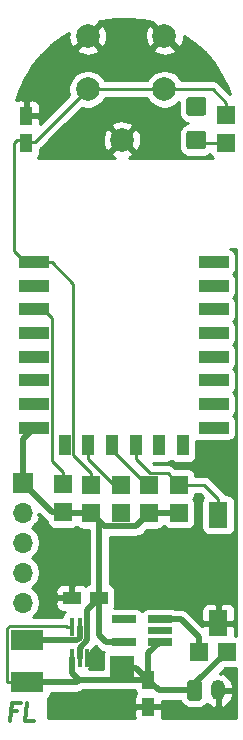
<source format=gbr>
G04 #@! TF.GenerationSoftware,KiCad,Pcbnew,(5.1.5)-1*
G04 #@! TF.CreationDate,2021-02-19T11:30:45+01:00*
G04 #@! TF.ProjectId,button - AAA,62757474-6f6e-4202-9d20-4141412e6b69,rev?*
G04 #@! TF.SameCoordinates,Original*
G04 #@! TF.FileFunction,Copper,L1,Top*
G04 #@! TF.FilePolarity,Positive*
%FSLAX46Y46*%
G04 Gerber Fmt 4.6, Leading zero omitted, Abs format (unit mm)*
G04 Created by KiCad (PCBNEW (5.1.5)-1) date 2021-02-19 11:30:45*
%MOMM*%
%LPD*%
G04 APERTURE LIST*
%ADD10C,0.300000*%
%ADD11R,2.794000X1.778000*%
%ADD12O,1.700000X1.700000*%
%ADD13R,1.700000X1.700000*%
%ADD14C,2.000000*%
%ADD15R,2.000000X2.000000*%
%ADD16R,2.000000X0.650000*%
%ADD17C,0.100000*%
%ADD18R,1.500000X1.500000*%
%ADD19O,1.200000X1.750000*%
%ADD20R,2.500000X1.000000*%
%ADD21R,1.000000X1.800000*%
%ADD22R,0.400000X1.500000*%
%ADD23R,1.600000X2.180000*%
%ADD24R,1.500000X1.100000*%
%ADD25R,1.100000X1.500000*%
%ADD26C,0.500000*%
%ADD27C,0.800000*%
%ADD28C,0.500000*%
%ADD29C,0.250000*%
%ADD30C,0.254000*%
G04 APERTURE END LIST*
D10*
X117909285Y-112262857D02*
X117409285Y-112262857D01*
X117311071Y-113048571D02*
X117498571Y-111548571D01*
X118212857Y-111548571D01*
X119311071Y-113048571D02*
X118596785Y-113048571D01*
X118784285Y-111548571D01*
D11*
X118750000Y-109798000D03*
X118750000Y-106242000D03*
D12*
X118370000Y-103060000D03*
X118370000Y-100520000D03*
X118370000Y-97980000D03*
X118370000Y-95440000D03*
D13*
X118370000Y-92900000D03*
D14*
X126790000Y-63870000D03*
D15*
X126790000Y-108570000D03*
D16*
X126950000Y-106380000D03*
X126950000Y-104480000D03*
X130000000Y-104480000D03*
G04 #@! TA.AperFunction,SMDPad,CuDef*
D17*
G36*
X131000000Y-105105000D02*
G01*
X131000000Y-105755000D01*
X129000000Y-105755000D01*
X129000000Y-105105000D01*
X131000000Y-105105000D01*
G37*
G04 #@! TD.AperFunction*
D16*
X130000000Y-106380000D03*
D18*
X133270000Y-107250000D03*
X135670000Y-107250000D03*
D19*
X134930000Y-110490000D03*
G04 #@! TA.AperFunction,ComponentPad*
D17*
G36*
X133304505Y-109616204D02*
G01*
X133328773Y-109619804D01*
X133352572Y-109625765D01*
X133375671Y-109634030D01*
X133397850Y-109644520D01*
X133418893Y-109657132D01*
X133438599Y-109671747D01*
X133456777Y-109688223D01*
X133473253Y-109706401D01*
X133487868Y-109726107D01*
X133500480Y-109747150D01*
X133510970Y-109769329D01*
X133519235Y-109792428D01*
X133525196Y-109816227D01*
X133528796Y-109840495D01*
X133530000Y-109864999D01*
X133530000Y-111115001D01*
X133528796Y-111139505D01*
X133525196Y-111163773D01*
X133519235Y-111187572D01*
X133510970Y-111210671D01*
X133500480Y-111232850D01*
X133487868Y-111253893D01*
X133473253Y-111273599D01*
X133456777Y-111291777D01*
X133438599Y-111308253D01*
X133418893Y-111322868D01*
X133397850Y-111335480D01*
X133375671Y-111345970D01*
X133352572Y-111354235D01*
X133328773Y-111360196D01*
X133304505Y-111363796D01*
X133280001Y-111365000D01*
X132579999Y-111365000D01*
X132555495Y-111363796D01*
X132531227Y-111360196D01*
X132507428Y-111354235D01*
X132484329Y-111345970D01*
X132462150Y-111335480D01*
X132441107Y-111322868D01*
X132421401Y-111308253D01*
X132403223Y-111291777D01*
X132386747Y-111273599D01*
X132372132Y-111253893D01*
X132359520Y-111232850D01*
X132349030Y-111210671D01*
X132340765Y-111187572D01*
X132334804Y-111163773D01*
X132331204Y-111139505D01*
X132330000Y-111115001D01*
X132330000Y-109864999D01*
X132331204Y-109840495D01*
X132334804Y-109816227D01*
X132340765Y-109792428D01*
X132349030Y-109769329D01*
X132359520Y-109747150D01*
X132372132Y-109726107D01*
X132386747Y-109706401D01*
X132403223Y-109688223D01*
X132421401Y-109671747D01*
X132441107Y-109657132D01*
X132462150Y-109644520D01*
X132484329Y-109634030D01*
X132507428Y-109625765D01*
X132531227Y-109619804D01*
X132555495Y-109616204D01*
X132579999Y-109615000D01*
X133280001Y-109615000D01*
X133304505Y-109616204D01*
G37*
G04 #@! TD.AperFunction*
G04 #@! TA.AperFunction,SMDPad,CuDef*
G36*
X133669504Y-63096204D02*
G01*
X133693773Y-63099804D01*
X133717571Y-63105765D01*
X133740671Y-63114030D01*
X133762849Y-63124520D01*
X133783893Y-63137133D01*
X133803598Y-63151747D01*
X133821777Y-63168223D01*
X133838253Y-63186402D01*
X133852867Y-63206107D01*
X133865480Y-63227151D01*
X133875970Y-63249329D01*
X133884235Y-63272429D01*
X133890196Y-63296227D01*
X133893796Y-63320496D01*
X133895000Y-63345000D01*
X133895000Y-64445000D01*
X133893796Y-64469504D01*
X133890196Y-64493773D01*
X133884235Y-64517571D01*
X133875970Y-64540671D01*
X133865480Y-64562849D01*
X133852867Y-64583893D01*
X133838253Y-64603598D01*
X133821777Y-64621777D01*
X133803598Y-64638253D01*
X133783893Y-64652867D01*
X133762849Y-64665480D01*
X133740671Y-64675970D01*
X133717571Y-64684235D01*
X133693773Y-64690196D01*
X133669504Y-64693796D01*
X133645000Y-64695000D01*
X132495000Y-64695000D01*
X132470496Y-64693796D01*
X132446227Y-64690196D01*
X132422429Y-64684235D01*
X132399329Y-64675970D01*
X132377151Y-64665480D01*
X132356107Y-64652867D01*
X132336402Y-64638253D01*
X132318223Y-64621777D01*
X132301747Y-64603598D01*
X132287133Y-64583893D01*
X132274520Y-64562849D01*
X132264030Y-64540671D01*
X132255765Y-64517571D01*
X132249804Y-64493773D01*
X132246204Y-64469504D01*
X132245000Y-64445000D01*
X132245000Y-63345000D01*
X132246204Y-63320496D01*
X132249804Y-63296227D01*
X132255765Y-63272429D01*
X132264030Y-63249329D01*
X132274520Y-63227151D01*
X132287133Y-63206107D01*
X132301747Y-63186402D01*
X132318223Y-63168223D01*
X132336402Y-63151747D01*
X132356107Y-63137133D01*
X132377151Y-63124520D01*
X132399329Y-63114030D01*
X132422429Y-63105765D01*
X132446227Y-63099804D01*
X132470496Y-63096204D01*
X132495000Y-63095000D01*
X133645000Y-63095000D01*
X133669504Y-63096204D01*
G37*
G04 #@! TD.AperFunction*
G04 #@! TA.AperFunction,SMDPad,CuDef*
G36*
X133669504Y-60246204D02*
G01*
X133693773Y-60249804D01*
X133717571Y-60255765D01*
X133740671Y-60264030D01*
X133762849Y-60274520D01*
X133783893Y-60287133D01*
X133803598Y-60301747D01*
X133821777Y-60318223D01*
X133838253Y-60336402D01*
X133852867Y-60356107D01*
X133865480Y-60377151D01*
X133875970Y-60399329D01*
X133884235Y-60422429D01*
X133890196Y-60446227D01*
X133893796Y-60470496D01*
X133895000Y-60495000D01*
X133895000Y-61595000D01*
X133893796Y-61619504D01*
X133890196Y-61643773D01*
X133884235Y-61667571D01*
X133875970Y-61690671D01*
X133865480Y-61712849D01*
X133852867Y-61733893D01*
X133838253Y-61753598D01*
X133821777Y-61771777D01*
X133803598Y-61788253D01*
X133783893Y-61802867D01*
X133762849Y-61815480D01*
X133740671Y-61825970D01*
X133717571Y-61834235D01*
X133693773Y-61840196D01*
X133669504Y-61843796D01*
X133645000Y-61845000D01*
X132495000Y-61845000D01*
X132470496Y-61843796D01*
X132446227Y-61840196D01*
X132422429Y-61834235D01*
X132399329Y-61825970D01*
X132377151Y-61815480D01*
X132356107Y-61802867D01*
X132336402Y-61788253D01*
X132318223Y-61771777D01*
X132301747Y-61753598D01*
X132287133Y-61733893D01*
X132274520Y-61712849D01*
X132264030Y-61690671D01*
X132255765Y-61667571D01*
X132249804Y-61643773D01*
X132246204Y-61619504D01*
X132245000Y-61595000D01*
X132245000Y-60495000D01*
X132246204Y-60470496D01*
X132249804Y-60446227D01*
X132255765Y-60422429D01*
X132264030Y-60399329D01*
X132274520Y-60377151D01*
X132287133Y-60356107D01*
X132301747Y-60336402D01*
X132318223Y-60318223D01*
X132336402Y-60301747D01*
X132356107Y-60287133D01*
X132377151Y-60274520D01*
X132399329Y-60264030D01*
X132422429Y-60255765D01*
X132446227Y-60249804D01*
X132470496Y-60246204D01*
X132495000Y-60245000D01*
X133645000Y-60245000D01*
X133669504Y-60246204D01*
G37*
G04 #@! TD.AperFunction*
D20*
X134550000Y-74240000D03*
X134550000Y-76240000D03*
X134550000Y-78240000D03*
X134550000Y-80240000D03*
X134550000Y-82240000D03*
X134550000Y-84240000D03*
X134550000Y-86240000D03*
X134550000Y-88240000D03*
D21*
X131950000Y-89740000D03*
X129950000Y-89740000D03*
X127950000Y-89740000D03*
X125950000Y-89740000D03*
X123950000Y-89740000D03*
X121950000Y-89740000D03*
D20*
X119350000Y-88240000D03*
X119350000Y-86240000D03*
X119350000Y-84240000D03*
X119350000Y-82240000D03*
X119350000Y-80240000D03*
X119350000Y-78240000D03*
X119350000Y-76240000D03*
X119350000Y-74240000D03*
D22*
X122560000Y-107750000D03*
X123210000Y-107750000D03*
X123860000Y-107750000D03*
X123860000Y-105090000D03*
X123210000Y-105090000D03*
X122560000Y-105090000D03*
D23*
X134950000Y-95630000D03*
X134950000Y-104810000D03*
D14*
X123890000Y-59600000D03*
X123890000Y-55100000D03*
X130390000Y-59600000D03*
X130390000Y-55100000D03*
D18*
X135620000Y-61750000D03*
X135620000Y-64150000D03*
X126710000Y-93080000D03*
X126710000Y-95480000D03*
X131610000Y-93070000D03*
X131610000Y-95470000D03*
X124190000Y-93090000D03*
X124190000Y-95490000D03*
X129080000Y-93090000D03*
X129080000Y-95490000D03*
X121790000Y-93010000D03*
X121790000Y-95410000D03*
D24*
X122550000Y-102660000D03*
X124850000Y-102660000D03*
D25*
X118670000Y-64150000D03*
X118670000Y-61850000D03*
X129030000Y-109590000D03*
X129030000Y-111890000D03*
D26*
X121980000Y-89810000D03*
X133180000Y-61030000D03*
X134630000Y-88280000D03*
X134660000Y-86280000D03*
X126700000Y-95500000D03*
X124060000Y-107740000D03*
X122560000Y-102650000D03*
X130070000Y-105350000D03*
D27*
X134970000Y-104790000D03*
D26*
X119350000Y-88240000D03*
X124190000Y-93090000D03*
D28*
X123860000Y-103650000D02*
X124850000Y-102660000D01*
X123860000Y-105090000D02*
X123860000Y-103650000D01*
X123860000Y-106218545D02*
X123860000Y-105090000D01*
X123210000Y-107750000D02*
X123210000Y-106868545D01*
X123210000Y-106868545D02*
X123860000Y-106218545D01*
X124850000Y-105780000D02*
X124850000Y-103710000D01*
X124850000Y-103710000D02*
X124850000Y-102660000D01*
X125450000Y-106380000D02*
X124850000Y-105780000D01*
X126950000Y-106380000D02*
X125450000Y-106380000D01*
X124850000Y-96150000D02*
X124190000Y-95490000D01*
X124850000Y-102660000D02*
X124850000Y-96150000D01*
X121870000Y-95490000D02*
X121790000Y-95410000D01*
X124190000Y-95490000D02*
X121870000Y-95490000D01*
X120880000Y-95410000D02*
X118370000Y-92900000D01*
X121790000Y-95410000D02*
X120880000Y-95410000D01*
X118370000Y-89220000D02*
X119350000Y-88240000D01*
X118370000Y-92900000D02*
X118370000Y-89220000D01*
X125280001Y-96580001D02*
X124190000Y-95490000D01*
X127989999Y-96580001D02*
X125280001Y-96580001D01*
X129080000Y-95490000D02*
X127989999Y-96580001D01*
X129100000Y-95470000D02*
X129080000Y-95490000D01*
X131610000Y-95470000D02*
X129100000Y-95470000D01*
X119350000Y-88240000D02*
X119350000Y-88240000D01*
D29*
X122675001Y-76065001D02*
X120850000Y-74240000D01*
X120850000Y-74240000D02*
X119350000Y-74240000D01*
X122675001Y-90575001D02*
X122675001Y-76065001D01*
X124190000Y-92090000D02*
X122675001Y-90575001D01*
X124190000Y-93090000D02*
X124190000Y-93090000D01*
X124190000Y-93090000D02*
X124190000Y-92090000D01*
X118600000Y-74240000D02*
X117650000Y-73290000D01*
X119350000Y-74240000D02*
X118600000Y-74240000D01*
X117650000Y-73290000D02*
X117650000Y-64160000D01*
X117650000Y-64160000D02*
X117910000Y-63900000D01*
X118420000Y-63900000D02*
X118670000Y-64150000D01*
X117910000Y-63900000D02*
X118420000Y-63900000D01*
X118670000Y-64150000D02*
X118670000Y-64060000D01*
X119430000Y-64060000D02*
X123890000Y-59600000D01*
X118670000Y-64060000D02*
X119430000Y-64060000D01*
X125304213Y-59600000D02*
X130390000Y-59600000D01*
X123890000Y-59600000D02*
X125304213Y-59600000D01*
X134470000Y-59600000D02*
X135620000Y-60750000D01*
X135620000Y-60750000D02*
X135620000Y-61750000D01*
X130390000Y-59600000D02*
X134470000Y-59600000D01*
X133325000Y-64150000D02*
X133070000Y-63895000D01*
X135620000Y-64150000D02*
X133325000Y-64150000D01*
X120825001Y-91045001D02*
X120825001Y-78965001D01*
X121790000Y-93010000D02*
X121790000Y-92010000D01*
X120100000Y-78240000D02*
X119350000Y-78240000D01*
X120825001Y-78965001D02*
X120100000Y-78240000D01*
X121790000Y-92010000D02*
X120825001Y-91045001D01*
X125950000Y-90140000D02*
X125950000Y-89740000D01*
X128900000Y-93090000D02*
X125950000Y-90140000D01*
X129080000Y-93090000D02*
X128900000Y-93090000D01*
X129174999Y-92114999D02*
X127950000Y-90890000D01*
X130654999Y-92114999D02*
X129174999Y-92114999D01*
X127950000Y-90890000D02*
X127950000Y-89740000D01*
X131610000Y-93070000D02*
X130654999Y-92114999D01*
X132610000Y-93070000D02*
X131610000Y-93070000D01*
X133730000Y-93070000D02*
X132610000Y-93070000D01*
X134950000Y-94290000D02*
X133730000Y-93070000D01*
X134950000Y-95630000D02*
X134950000Y-94290000D01*
D28*
X132930000Y-109990000D02*
X135670000Y-107250000D01*
X132930000Y-110490000D02*
X132930000Y-109990000D01*
X129930000Y-110490000D02*
X129030000Y-109590000D01*
X132930000Y-110490000D02*
X129930000Y-110490000D01*
X128010000Y-108570000D02*
X129030000Y-109590000D01*
X126790000Y-108570000D02*
X128010000Y-108570000D01*
X122560000Y-109000000D02*
X122560000Y-107750000D01*
X123150000Y-109590000D02*
X122560000Y-109000000D01*
X129030000Y-109590000D02*
X123150000Y-109590000D01*
X129030000Y-107350000D02*
X130000000Y-106380000D01*
X129030000Y-109590000D02*
X129030000Y-107350000D01*
X122942000Y-109798000D02*
X118750000Y-109798000D01*
X123150000Y-109590000D02*
X122942000Y-109798000D01*
D29*
X117103000Y-109798000D02*
X118750000Y-109798000D01*
X117080000Y-109775000D02*
X117103000Y-109798000D01*
X122560000Y-105090000D02*
X122110000Y-105090000D01*
X122110000Y-105090000D02*
X122030000Y-105010000D01*
X122030000Y-105010000D02*
X117290998Y-105010000D01*
X117080000Y-105220998D02*
X117080000Y-109775000D01*
X117290998Y-105010000D02*
X117080000Y-105220998D01*
D28*
X123210000Y-105090000D02*
X123210000Y-106020003D01*
X123210000Y-106020003D02*
X122988003Y-106242000D01*
X120647000Y-106242000D02*
X118750000Y-106242000D01*
X122988003Y-106242000D02*
X120647000Y-106242000D01*
D29*
X123950000Y-90890000D02*
X123950000Y-89740000D01*
X126140000Y-93080000D02*
X123950000Y-90890000D01*
X126710000Y-93080000D02*
X126140000Y-93080000D01*
D28*
X131500000Y-104480000D02*
X130000000Y-104480000D01*
X133270000Y-106000000D02*
X131750000Y-104480000D01*
X131750000Y-104480000D02*
X131500000Y-104480000D01*
X133270000Y-107250000D02*
X133270000Y-106000000D01*
D30*
G36*
X136461916Y-112852600D02*
G01*
X130179082Y-112852600D01*
X130205812Y-112764482D01*
X130218072Y-112640000D01*
X130215000Y-112175750D01*
X130056250Y-112017000D01*
X129157000Y-112017000D01*
X129157000Y-112037000D01*
X128903000Y-112037000D01*
X128903000Y-112017000D01*
X128003750Y-112017000D01*
X127845000Y-112175750D01*
X127841928Y-112640000D01*
X127854188Y-112764482D01*
X127880918Y-112852600D01*
X120554375Y-112852600D01*
X120554375Y-111174139D01*
X120598185Y-111138185D01*
X120677537Y-111041494D01*
X120736502Y-110931180D01*
X120772812Y-110811482D01*
X120785072Y-110687000D01*
X120785072Y-110683000D01*
X122898531Y-110683000D01*
X122942000Y-110687281D01*
X122985469Y-110683000D01*
X122985477Y-110683000D01*
X123115490Y-110670195D01*
X123282313Y-110619589D01*
X123436059Y-110537411D01*
X123512106Y-110475000D01*
X127857379Y-110475000D01*
X127890498Y-110584180D01*
X127949463Y-110694494D01*
X127986809Y-110740000D01*
X127949463Y-110785506D01*
X127890498Y-110895820D01*
X127854188Y-111015518D01*
X127841928Y-111140000D01*
X127845000Y-111604250D01*
X128003750Y-111763000D01*
X128903000Y-111763000D01*
X128903000Y-111743000D01*
X129157000Y-111743000D01*
X129157000Y-111763000D01*
X130056250Y-111763000D01*
X130215000Y-111604250D01*
X130216517Y-111375000D01*
X131735306Y-111375000D01*
X131759528Y-111454851D01*
X131841595Y-111608387D01*
X131952038Y-111742962D01*
X132086613Y-111853405D01*
X132240149Y-111935472D01*
X132406745Y-111986008D01*
X132579999Y-112003072D01*
X133280001Y-112003072D01*
X133453255Y-111986008D01*
X133619851Y-111935472D01*
X133773387Y-111853405D01*
X133907962Y-111742962D01*
X134018405Y-111608387D01*
X134020967Y-111603594D01*
X134146526Y-111728078D01*
X134349467Y-111862421D01*
X134574718Y-111954591D01*
X134612391Y-111958462D01*
X134803000Y-111833731D01*
X134803000Y-110617000D01*
X135057000Y-110617000D01*
X135057000Y-111833731D01*
X135247609Y-111958462D01*
X135285282Y-111954591D01*
X135510533Y-111862421D01*
X135713474Y-111728078D01*
X135886307Y-111556725D01*
X136022390Y-111354946D01*
X136116493Y-111130496D01*
X136165000Y-110892000D01*
X136165000Y-110617000D01*
X135057000Y-110617000D01*
X134803000Y-110617000D01*
X134783000Y-110617000D01*
X134783000Y-110363000D01*
X134803000Y-110363000D01*
X134803000Y-110343000D01*
X135057000Y-110343000D01*
X135057000Y-110363000D01*
X136165000Y-110363000D01*
X136165000Y-110088000D01*
X136116493Y-109849504D01*
X136022390Y-109625054D01*
X135886307Y-109423275D01*
X135713474Y-109251922D01*
X135510533Y-109117579D01*
X135285282Y-109025409D01*
X135247609Y-109021538D01*
X135057002Y-109146268D01*
X135057002Y-109114576D01*
X135533507Y-108638072D01*
X136420000Y-108638072D01*
X136462015Y-108633934D01*
X136461916Y-112852600D01*
G37*
X136461916Y-112852600D02*
X130179082Y-112852600D01*
X130205812Y-112764482D01*
X130218072Y-112640000D01*
X130215000Y-112175750D01*
X130056250Y-112017000D01*
X129157000Y-112017000D01*
X129157000Y-112037000D01*
X128903000Y-112037000D01*
X128903000Y-112017000D01*
X128003750Y-112017000D01*
X127845000Y-112175750D01*
X127841928Y-112640000D01*
X127854188Y-112764482D01*
X127880918Y-112852600D01*
X120554375Y-112852600D01*
X120554375Y-111174139D01*
X120598185Y-111138185D01*
X120677537Y-111041494D01*
X120736502Y-110931180D01*
X120772812Y-110811482D01*
X120785072Y-110687000D01*
X120785072Y-110683000D01*
X122898531Y-110683000D01*
X122942000Y-110687281D01*
X122985469Y-110683000D01*
X122985477Y-110683000D01*
X123115490Y-110670195D01*
X123282313Y-110619589D01*
X123436059Y-110537411D01*
X123512106Y-110475000D01*
X127857379Y-110475000D01*
X127890498Y-110584180D01*
X127949463Y-110694494D01*
X127986809Y-110740000D01*
X127949463Y-110785506D01*
X127890498Y-110895820D01*
X127854188Y-111015518D01*
X127841928Y-111140000D01*
X127845000Y-111604250D01*
X128003750Y-111763000D01*
X128903000Y-111763000D01*
X128903000Y-111743000D01*
X129157000Y-111743000D01*
X129157000Y-111763000D01*
X130056250Y-111763000D01*
X130215000Y-111604250D01*
X130216517Y-111375000D01*
X131735306Y-111375000D01*
X131759528Y-111454851D01*
X131841595Y-111608387D01*
X131952038Y-111742962D01*
X132086613Y-111853405D01*
X132240149Y-111935472D01*
X132406745Y-111986008D01*
X132579999Y-112003072D01*
X133280001Y-112003072D01*
X133453255Y-111986008D01*
X133619851Y-111935472D01*
X133773387Y-111853405D01*
X133907962Y-111742962D01*
X134018405Y-111608387D01*
X134020967Y-111603594D01*
X134146526Y-111728078D01*
X134349467Y-111862421D01*
X134574718Y-111954591D01*
X134612391Y-111958462D01*
X134803000Y-111833731D01*
X134803000Y-110617000D01*
X135057000Y-110617000D01*
X135057000Y-111833731D01*
X135247609Y-111958462D01*
X135285282Y-111954591D01*
X135510533Y-111862421D01*
X135713474Y-111728078D01*
X135886307Y-111556725D01*
X136022390Y-111354946D01*
X136116493Y-111130496D01*
X136165000Y-110892000D01*
X136165000Y-110617000D01*
X135057000Y-110617000D01*
X134803000Y-110617000D01*
X134783000Y-110617000D01*
X134783000Y-110363000D01*
X134803000Y-110363000D01*
X134803000Y-110343000D01*
X135057000Y-110343000D01*
X135057000Y-110363000D01*
X136165000Y-110363000D01*
X136165000Y-110088000D01*
X136116493Y-109849504D01*
X136022390Y-109625054D01*
X135886307Y-109423275D01*
X135713474Y-109251922D01*
X135510533Y-109117579D01*
X135285282Y-109025409D01*
X135247609Y-109021538D01*
X135057002Y-109146268D01*
X135057002Y-109114576D01*
X135533507Y-108638072D01*
X136420000Y-108638072D01*
X136462015Y-108633934D01*
X136461916Y-112852600D01*
G36*
X124793468Y-106975047D02*
G01*
X124821183Y-107008817D01*
X124854951Y-107036530D01*
X124854953Y-107036532D01*
X124921006Y-107090740D01*
X124955941Y-107119411D01*
X125109687Y-107201589D01*
X125244967Y-107242626D01*
X125200498Y-107325820D01*
X125164188Y-107445518D01*
X125151928Y-107570000D01*
X125151928Y-108705000D01*
X124011387Y-108705000D01*
X124035812Y-108624482D01*
X124048072Y-108500000D01*
X124048072Y-108035977D01*
X124082195Y-107923490D01*
X124095000Y-107793477D01*
X124095000Y-107235123D01*
X124455050Y-106875074D01*
X124488817Y-106847362D01*
X124568586Y-106750164D01*
X124793468Y-106975047D01*
G37*
X124793468Y-106975047D02*
X124821183Y-107008817D01*
X124854951Y-107036530D01*
X124854953Y-107036532D01*
X124921006Y-107090740D01*
X124955941Y-107119411D01*
X125109687Y-107201589D01*
X125244967Y-107242626D01*
X125200498Y-107325820D01*
X125164188Y-107445518D01*
X125151928Y-107570000D01*
X125151928Y-108705000D01*
X124011387Y-108705000D01*
X124035812Y-108624482D01*
X124048072Y-108500000D01*
X124048072Y-108035977D01*
X124082195Y-107923490D01*
X124095000Y-107793477D01*
X124095000Y-107235123D01*
X124455050Y-106875074D01*
X124488817Y-106847362D01*
X124568586Y-106750164D01*
X124793468Y-106975047D01*
G36*
X136462849Y-73124767D02*
G01*
X136462080Y-105866072D01*
X136420000Y-105861928D01*
X136387927Y-105861928D01*
X136385000Y-105095750D01*
X136226250Y-104937000D01*
X135077000Y-104937000D01*
X135077000Y-104957000D01*
X134823000Y-104957000D01*
X134823000Y-104937000D01*
X133673750Y-104937000D01*
X133566164Y-105044586D01*
X132406534Y-103884956D01*
X132378817Y-103851183D01*
X132244059Y-103740589D01*
X132205540Y-103720000D01*
X133511928Y-103720000D01*
X133515000Y-104524250D01*
X133673750Y-104683000D01*
X134823000Y-104683000D01*
X134823000Y-103243750D01*
X135077000Y-103243750D01*
X135077000Y-104683000D01*
X136226250Y-104683000D01*
X136385000Y-104524250D01*
X136388072Y-103720000D01*
X136375812Y-103595518D01*
X136339502Y-103475820D01*
X136280537Y-103365506D01*
X136201185Y-103268815D01*
X136104494Y-103189463D01*
X135994180Y-103130498D01*
X135874482Y-103094188D01*
X135750000Y-103081928D01*
X135235750Y-103085000D01*
X135077000Y-103243750D01*
X134823000Y-103243750D01*
X134664250Y-103085000D01*
X134150000Y-103081928D01*
X134025518Y-103094188D01*
X133905820Y-103130498D01*
X133795506Y-103189463D01*
X133698815Y-103268815D01*
X133619463Y-103365506D01*
X133560498Y-103475820D01*
X133524188Y-103595518D01*
X133511928Y-103720000D01*
X132205540Y-103720000D01*
X132090313Y-103658411D01*
X131923490Y-103607805D01*
X131793477Y-103595000D01*
X131793469Y-103595000D01*
X131750000Y-103590719D01*
X131706531Y-103595000D01*
X131299373Y-103595000D01*
X131244180Y-103565498D01*
X131124482Y-103529188D01*
X131000000Y-103516928D01*
X129000000Y-103516928D01*
X128875518Y-103529188D01*
X128755820Y-103565498D01*
X128645506Y-103624463D01*
X128548815Y-103703815D01*
X128475000Y-103793759D01*
X128401185Y-103703815D01*
X128304494Y-103624463D01*
X128194180Y-103565498D01*
X128074482Y-103529188D01*
X127950000Y-103516928D01*
X126155962Y-103516928D01*
X126189502Y-103454180D01*
X126225812Y-103334482D01*
X126238072Y-103210000D01*
X126238072Y-102110000D01*
X126225812Y-101985518D01*
X126189502Y-101865820D01*
X126130537Y-101755506D01*
X126051185Y-101658815D01*
X125954494Y-101579463D01*
X125844180Y-101520498D01*
X125735000Y-101487379D01*
X125735000Y-97465001D01*
X127946530Y-97465001D01*
X127989999Y-97469282D01*
X128033468Y-97465001D01*
X128033476Y-97465001D01*
X128163489Y-97452196D01*
X128330312Y-97401590D01*
X128484058Y-97319412D01*
X128618816Y-97208818D01*
X128646533Y-97175045D01*
X128943506Y-96878072D01*
X129830000Y-96878072D01*
X129954482Y-96865812D01*
X130074180Y-96829502D01*
X130184494Y-96770537D01*
X130281185Y-96691185D01*
X130353207Y-96603426D01*
X130408815Y-96671185D01*
X130505506Y-96750537D01*
X130615820Y-96809502D01*
X130735518Y-96845812D01*
X130860000Y-96858072D01*
X132360000Y-96858072D01*
X132484482Y-96845812D01*
X132604180Y-96809502D01*
X132714494Y-96750537D01*
X132811185Y-96671185D01*
X132890537Y-96574494D01*
X132949502Y-96464180D01*
X132985812Y-96344482D01*
X132998072Y-96220000D01*
X132998072Y-94720000D01*
X132985812Y-94595518D01*
X132949502Y-94475820D01*
X132890537Y-94365506D01*
X132812158Y-94270000D01*
X132890537Y-94174494D01*
X132949502Y-94064180D01*
X132985812Y-93944482D01*
X132997087Y-93830000D01*
X133415199Y-93830000D01*
X133687636Y-94102437D01*
X133619463Y-94185506D01*
X133560498Y-94295820D01*
X133524188Y-94415518D01*
X133511928Y-94540000D01*
X133511928Y-96720000D01*
X133524188Y-96844482D01*
X133560498Y-96964180D01*
X133619463Y-97074494D01*
X133698815Y-97171185D01*
X133795506Y-97250537D01*
X133905820Y-97309502D01*
X134025518Y-97345812D01*
X134150000Y-97358072D01*
X135750000Y-97358072D01*
X135874482Y-97345812D01*
X135994180Y-97309502D01*
X136104494Y-97250537D01*
X136201185Y-97171185D01*
X136280537Y-97074494D01*
X136339502Y-96964180D01*
X136375812Y-96844482D01*
X136388072Y-96720000D01*
X136388072Y-94540000D01*
X136375812Y-94415518D01*
X136339502Y-94295820D01*
X136280537Y-94185506D01*
X136201185Y-94088815D01*
X136104494Y-94009463D01*
X135994180Y-93950498D01*
X135874482Y-93914188D01*
X135750000Y-93901928D01*
X135604326Y-93901928D01*
X135584974Y-93865724D01*
X135513799Y-93778997D01*
X135490001Y-93749999D01*
X135461003Y-93726201D01*
X134293804Y-92559003D01*
X134270001Y-92529999D01*
X134154276Y-92435026D01*
X134022247Y-92364454D01*
X133878986Y-92320997D01*
X133767333Y-92310000D01*
X133767322Y-92310000D01*
X133730000Y-92306324D01*
X133692678Y-92310000D01*
X132997087Y-92310000D01*
X132985812Y-92195518D01*
X132949502Y-92075820D01*
X132890537Y-91965506D01*
X132811185Y-91868815D01*
X132714494Y-91789463D01*
X132604180Y-91730498D01*
X132484482Y-91694188D01*
X132360000Y-91681928D01*
X131296729Y-91681928D01*
X131218803Y-91604001D01*
X131195000Y-91574998D01*
X131079275Y-91480025D01*
X130947246Y-91409453D01*
X130803985Y-91365996D01*
X130692332Y-91354999D01*
X130692321Y-91354999D01*
X130654999Y-91351323D01*
X130617677Y-91354999D01*
X129489801Y-91354999D01*
X129408818Y-91274016D01*
X129450000Y-91278072D01*
X130450000Y-91278072D01*
X130574482Y-91265812D01*
X130694180Y-91229502D01*
X130804494Y-91170537D01*
X130901185Y-91091185D01*
X130950000Y-91031704D01*
X130998815Y-91091185D01*
X131095506Y-91170537D01*
X131205820Y-91229502D01*
X131325518Y-91265812D01*
X131450000Y-91278072D01*
X132450000Y-91278072D01*
X132574482Y-91265812D01*
X132694180Y-91229502D01*
X132804494Y-91170537D01*
X132901185Y-91091185D01*
X132980537Y-90994494D01*
X133039502Y-90884180D01*
X133075812Y-90764482D01*
X133088072Y-90640000D01*
X133088072Y-89339286D01*
X133175518Y-89365812D01*
X133300000Y-89378072D01*
X135800000Y-89378072D01*
X135924482Y-89365812D01*
X136044180Y-89329502D01*
X136154494Y-89270537D01*
X136251185Y-89191185D01*
X136330537Y-89094494D01*
X136389502Y-88984180D01*
X136425812Y-88864482D01*
X136438072Y-88740000D01*
X136438072Y-87740000D01*
X136425812Y-87615518D01*
X136389502Y-87495820D01*
X136330537Y-87385506D01*
X136251185Y-87288815D01*
X136191704Y-87240000D01*
X136251185Y-87191185D01*
X136330537Y-87094494D01*
X136389502Y-86984180D01*
X136425812Y-86864482D01*
X136438072Y-86740000D01*
X136438072Y-85740000D01*
X136425812Y-85615518D01*
X136389502Y-85495820D01*
X136330537Y-85385506D01*
X136251185Y-85288815D01*
X136191704Y-85240000D01*
X136251185Y-85191185D01*
X136330537Y-85094494D01*
X136389502Y-84984180D01*
X136425812Y-84864482D01*
X136438072Y-84740000D01*
X136438072Y-83740000D01*
X136425812Y-83615518D01*
X136389502Y-83495820D01*
X136330537Y-83385506D01*
X136251185Y-83288815D01*
X136191704Y-83240000D01*
X136251185Y-83191185D01*
X136330537Y-83094494D01*
X136389502Y-82984180D01*
X136425812Y-82864482D01*
X136438072Y-82740000D01*
X136438072Y-81740000D01*
X136425812Y-81615518D01*
X136389502Y-81495820D01*
X136330537Y-81385506D01*
X136251185Y-81288815D01*
X136191704Y-81240000D01*
X136251185Y-81191185D01*
X136330537Y-81094494D01*
X136389502Y-80984180D01*
X136425812Y-80864482D01*
X136438072Y-80740000D01*
X136438072Y-79740000D01*
X136425812Y-79615518D01*
X136389502Y-79495820D01*
X136330537Y-79385506D01*
X136251185Y-79288815D01*
X136191704Y-79240000D01*
X136251185Y-79191185D01*
X136330537Y-79094494D01*
X136389502Y-78984180D01*
X136425812Y-78864482D01*
X136438072Y-78740000D01*
X136438072Y-77740000D01*
X136425812Y-77615518D01*
X136389502Y-77495820D01*
X136330537Y-77385506D01*
X136251185Y-77288815D01*
X136191704Y-77240000D01*
X136251185Y-77191185D01*
X136330537Y-77094494D01*
X136389502Y-76984180D01*
X136425812Y-76864482D01*
X136438072Y-76740000D01*
X136438072Y-75740000D01*
X136425812Y-75615518D01*
X136389502Y-75495820D01*
X136330537Y-75385506D01*
X136251185Y-75288815D01*
X136191704Y-75240000D01*
X136251185Y-75191185D01*
X136330537Y-75094494D01*
X136389502Y-74984180D01*
X136425812Y-74864482D01*
X136438072Y-74740000D01*
X136438072Y-73740000D01*
X136425812Y-73615518D01*
X136389502Y-73495820D01*
X136330537Y-73385506D01*
X136251185Y-73288815D01*
X136154494Y-73209463D01*
X136044180Y-73150498D01*
X135953566Y-73123010D01*
X136462849Y-73124767D01*
G37*
X136462849Y-73124767D02*
X136462080Y-105866072D01*
X136420000Y-105861928D01*
X136387927Y-105861928D01*
X136385000Y-105095750D01*
X136226250Y-104937000D01*
X135077000Y-104937000D01*
X135077000Y-104957000D01*
X134823000Y-104957000D01*
X134823000Y-104937000D01*
X133673750Y-104937000D01*
X133566164Y-105044586D01*
X132406534Y-103884956D01*
X132378817Y-103851183D01*
X132244059Y-103740589D01*
X132205540Y-103720000D01*
X133511928Y-103720000D01*
X133515000Y-104524250D01*
X133673750Y-104683000D01*
X134823000Y-104683000D01*
X134823000Y-103243750D01*
X135077000Y-103243750D01*
X135077000Y-104683000D01*
X136226250Y-104683000D01*
X136385000Y-104524250D01*
X136388072Y-103720000D01*
X136375812Y-103595518D01*
X136339502Y-103475820D01*
X136280537Y-103365506D01*
X136201185Y-103268815D01*
X136104494Y-103189463D01*
X135994180Y-103130498D01*
X135874482Y-103094188D01*
X135750000Y-103081928D01*
X135235750Y-103085000D01*
X135077000Y-103243750D01*
X134823000Y-103243750D01*
X134664250Y-103085000D01*
X134150000Y-103081928D01*
X134025518Y-103094188D01*
X133905820Y-103130498D01*
X133795506Y-103189463D01*
X133698815Y-103268815D01*
X133619463Y-103365506D01*
X133560498Y-103475820D01*
X133524188Y-103595518D01*
X133511928Y-103720000D01*
X132205540Y-103720000D01*
X132090313Y-103658411D01*
X131923490Y-103607805D01*
X131793477Y-103595000D01*
X131793469Y-103595000D01*
X131750000Y-103590719D01*
X131706531Y-103595000D01*
X131299373Y-103595000D01*
X131244180Y-103565498D01*
X131124482Y-103529188D01*
X131000000Y-103516928D01*
X129000000Y-103516928D01*
X128875518Y-103529188D01*
X128755820Y-103565498D01*
X128645506Y-103624463D01*
X128548815Y-103703815D01*
X128475000Y-103793759D01*
X128401185Y-103703815D01*
X128304494Y-103624463D01*
X128194180Y-103565498D01*
X128074482Y-103529188D01*
X127950000Y-103516928D01*
X126155962Y-103516928D01*
X126189502Y-103454180D01*
X126225812Y-103334482D01*
X126238072Y-103210000D01*
X126238072Y-102110000D01*
X126225812Y-101985518D01*
X126189502Y-101865820D01*
X126130537Y-101755506D01*
X126051185Y-101658815D01*
X125954494Y-101579463D01*
X125844180Y-101520498D01*
X125735000Y-101487379D01*
X125735000Y-97465001D01*
X127946530Y-97465001D01*
X127989999Y-97469282D01*
X128033468Y-97465001D01*
X128033476Y-97465001D01*
X128163489Y-97452196D01*
X128330312Y-97401590D01*
X128484058Y-97319412D01*
X128618816Y-97208818D01*
X128646533Y-97175045D01*
X128943506Y-96878072D01*
X129830000Y-96878072D01*
X129954482Y-96865812D01*
X130074180Y-96829502D01*
X130184494Y-96770537D01*
X130281185Y-96691185D01*
X130353207Y-96603426D01*
X130408815Y-96671185D01*
X130505506Y-96750537D01*
X130615820Y-96809502D01*
X130735518Y-96845812D01*
X130860000Y-96858072D01*
X132360000Y-96858072D01*
X132484482Y-96845812D01*
X132604180Y-96809502D01*
X132714494Y-96750537D01*
X132811185Y-96671185D01*
X132890537Y-96574494D01*
X132949502Y-96464180D01*
X132985812Y-96344482D01*
X132998072Y-96220000D01*
X132998072Y-94720000D01*
X132985812Y-94595518D01*
X132949502Y-94475820D01*
X132890537Y-94365506D01*
X132812158Y-94270000D01*
X132890537Y-94174494D01*
X132949502Y-94064180D01*
X132985812Y-93944482D01*
X132997087Y-93830000D01*
X133415199Y-93830000D01*
X133687636Y-94102437D01*
X133619463Y-94185506D01*
X133560498Y-94295820D01*
X133524188Y-94415518D01*
X133511928Y-94540000D01*
X133511928Y-96720000D01*
X133524188Y-96844482D01*
X133560498Y-96964180D01*
X133619463Y-97074494D01*
X133698815Y-97171185D01*
X133795506Y-97250537D01*
X133905820Y-97309502D01*
X134025518Y-97345812D01*
X134150000Y-97358072D01*
X135750000Y-97358072D01*
X135874482Y-97345812D01*
X135994180Y-97309502D01*
X136104494Y-97250537D01*
X136201185Y-97171185D01*
X136280537Y-97074494D01*
X136339502Y-96964180D01*
X136375812Y-96844482D01*
X136388072Y-96720000D01*
X136388072Y-94540000D01*
X136375812Y-94415518D01*
X136339502Y-94295820D01*
X136280537Y-94185506D01*
X136201185Y-94088815D01*
X136104494Y-94009463D01*
X135994180Y-93950498D01*
X135874482Y-93914188D01*
X135750000Y-93901928D01*
X135604326Y-93901928D01*
X135584974Y-93865724D01*
X135513799Y-93778997D01*
X135490001Y-93749999D01*
X135461003Y-93726201D01*
X134293804Y-92559003D01*
X134270001Y-92529999D01*
X134154276Y-92435026D01*
X134022247Y-92364454D01*
X133878986Y-92320997D01*
X133767333Y-92310000D01*
X133767322Y-92310000D01*
X133730000Y-92306324D01*
X133692678Y-92310000D01*
X132997087Y-92310000D01*
X132985812Y-92195518D01*
X132949502Y-92075820D01*
X132890537Y-91965506D01*
X132811185Y-91868815D01*
X132714494Y-91789463D01*
X132604180Y-91730498D01*
X132484482Y-91694188D01*
X132360000Y-91681928D01*
X131296729Y-91681928D01*
X131218803Y-91604001D01*
X131195000Y-91574998D01*
X131079275Y-91480025D01*
X130947246Y-91409453D01*
X130803985Y-91365996D01*
X130692332Y-91354999D01*
X130692321Y-91354999D01*
X130654999Y-91351323D01*
X130617677Y-91354999D01*
X129489801Y-91354999D01*
X129408818Y-91274016D01*
X129450000Y-91278072D01*
X130450000Y-91278072D01*
X130574482Y-91265812D01*
X130694180Y-91229502D01*
X130804494Y-91170537D01*
X130901185Y-91091185D01*
X130950000Y-91031704D01*
X130998815Y-91091185D01*
X131095506Y-91170537D01*
X131205820Y-91229502D01*
X131325518Y-91265812D01*
X131450000Y-91278072D01*
X132450000Y-91278072D01*
X132574482Y-91265812D01*
X132694180Y-91229502D01*
X132804494Y-91170537D01*
X132901185Y-91091185D01*
X132980537Y-90994494D01*
X133039502Y-90884180D01*
X133075812Y-90764482D01*
X133088072Y-90640000D01*
X133088072Y-89339286D01*
X133175518Y-89365812D01*
X133300000Y-89378072D01*
X135800000Y-89378072D01*
X135924482Y-89365812D01*
X136044180Y-89329502D01*
X136154494Y-89270537D01*
X136251185Y-89191185D01*
X136330537Y-89094494D01*
X136389502Y-88984180D01*
X136425812Y-88864482D01*
X136438072Y-88740000D01*
X136438072Y-87740000D01*
X136425812Y-87615518D01*
X136389502Y-87495820D01*
X136330537Y-87385506D01*
X136251185Y-87288815D01*
X136191704Y-87240000D01*
X136251185Y-87191185D01*
X136330537Y-87094494D01*
X136389502Y-86984180D01*
X136425812Y-86864482D01*
X136438072Y-86740000D01*
X136438072Y-85740000D01*
X136425812Y-85615518D01*
X136389502Y-85495820D01*
X136330537Y-85385506D01*
X136251185Y-85288815D01*
X136191704Y-85240000D01*
X136251185Y-85191185D01*
X136330537Y-85094494D01*
X136389502Y-84984180D01*
X136425812Y-84864482D01*
X136438072Y-84740000D01*
X136438072Y-83740000D01*
X136425812Y-83615518D01*
X136389502Y-83495820D01*
X136330537Y-83385506D01*
X136251185Y-83288815D01*
X136191704Y-83240000D01*
X136251185Y-83191185D01*
X136330537Y-83094494D01*
X136389502Y-82984180D01*
X136425812Y-82864482D01*
X136438072Y-82740000D01*
X136438072Y-81740000D01*
X136425812Y-81615518D01*
X136389502Y-81495820D01*
X136330537Y-81385506D01*
X136251185Y-81288815D01*
X136191704Y-81240000D01*
X136251185Y-81191185D01*
X136330537Y-81094494D01*
X136389502Y-80984180D01*
X136425812Y-80864482D01*
X136438072Y-80740000D01*
X136438072Y-79740000D01*
X136425812Y-79615518D01*
X136389502Y-79495820D01*
X136330537Y-79385506D01*
X136251185Y-79288815D01*
X136191704Y-79240000D01*
X136251185Y-79191185D01*
X136330537Y-79094494D01*
X136389502Y-78984180D01*
X136425812Y-78864482D01*
X136438072Y-78740000D01*
X136438072Y-77740000D01*
X136425812Y-77615518D01*
X136389502Y-77495820D01*
X136330537Y-77385506D01*
X136251185Y-77288815D01*
X136191704Y-77240000D01*
X136251185Y-77191185D01*
X136330537Y-77094494D01*
X136389502Y-76984180D01*
X136425812Y-76864482D01*
X136438072Y-76740000D01*
X136438072Y-75740000D01*
X136425812Y-75615518D01*
X136389502Y-75495820D01*
X136330537Y-75385506D01*
X136251185Y-75288815D01*
X136191704Y-75240000D01*
X136251185Y-75191185D01*
X136330537Y-75094494D01*
X136389502Y-74984180D01*
X136425812Y-74864482D01*
X136438072Y-74740000D01*
X136438072Y-73740000D01*
X136425812Y-73615518D01*
X136389502Y-73495820D01*
X136330537Y-73385506D01*
X136251185Y-73288815D01*
X136154494Y-73209463D01*
X136044180Y-73150498D01*
X135953566Y-73123010D01*
X136462849Y-73124767D01*
G36*
X120223470Y-96005049D02*
G01*
X120251183Y-96038817D01*
X120284951Y-96066530D01*
X120284953Y-96066532D01*
X120333682Y-96106523D01*
X120385941Y-96149411D01*
X120401928Y-96157956D01*
X120401928Y-96160000D01*
X120414188Y-96284482D01*
X120450498Y-96404180D01*
X120509463Y-96514494D01*
X120588815Y-96611185D01*
X120685506Y-96690537D01*
X120795820Y-96749502D01*
X120915518Y-96785812D01*
X121040000Y-96798072D01*
X122540000Y-96798072D01*
X122664482Y-96785812D01*
X122784180Y-96749502D01*
X122894494Y-96690537D01*
X122950537Y-96644543D01*
X122988815Y-96691185D01*
X123085506Y-96770537D01*
X123195820Y-96829502D01*
X123315518Y-96865812D01*
X123440000Y-96878072D01*
X123965001Y-96878072D01*
X123965000Y-101487379D01*
X123855820Y-101520498D01*
X123745506Y-101579463D01*
X123700000Y-101616809D01*
X123654494Y-101579463D01*
X123544180Y-101520498D01*
X123424482Y-101484188D01*
X123300000Y-101471928D01*
X122835750Y-101475000D01*
X122677000Y-101633750D01*
X122677000Y-102533000D01*
X122697000Y-102533000D01*
X122697000Y-102787000D01*
X122677000Y-102787000D01*
X122677000Y-102807000D01*
X122423000Y-102807000D01*
X122423000Y-102787000D01*
X121323750Y-102787000D01*
X121165000Y-102945750D01*
X121161928Y-103210000D01*
X121174188Y-103334482D01*
X121210498Y-103454180D01*
X121269463Y-103564494D01*
X121348815Y-103661185D01*
X121445506Y-103740537D01*
X121555820Y-103799502D01*
X121675518Y-103835812D01*
X121800000Y-103848072D01*
X121959749Y-103847015D01*
X121908815Y-103888815D01*
X121829463Y-103985506D01*
X121770498Y-104095820D01*
X121734188Y-104215518D01*
X121730792Y-104250000D01*
X119261968Y-104250000D01*
X119316632Y-104213475D01*
X119523475Y-104006632D01*
X119685990Y-103763411D01*
X119797932Y-103493158D01*
X119855000Y-103206260D01*
X119855000Y-102913740D01*
X119797932Y-102626842D01*
X119685990Y-102356589D01*
X119523475Y-102113368D01*
X119520107Y-102110000D01*
X121161928Y-102110000D01*
X121165000Y-102374250D01*
X121323750Y-102533000D01*
X122423000Y-102533000D01*
X122423000Y-101633750D01*
X122264250Y-101475000D01*
X121800000Y-101471928D01*
X121675518Y-101484188D01*
X121555820Y-101520498D01*
X121445506Y-101579463D01*
X121348815Y-101658815D01*
X121269463Y-101755506D01*
X121210498Y-101865820D01*
X121174188Y-101985518D01*
X121161928Y-102110000D01*
X119520107Y-102110000D01*
X119316632Y-101906525D01*
X119142240Y-101790000D01*
X119316632Y-101673475D01*
X119523475Y-101466632D01*
X119685990Y-101223411D01*
X119797932Y-100953158D01*
X119855000Y-100666260D01*
X119855000Y-100373740D01*
X119797932Y-100086842D01*
X119685990Y-99816589D01*
X119523475Y-99573368D01*
X119316632Y-99366525D01*
X119142240Y-99250000D01*
X119316632Y-99133475D01*
X119523475Y-98926632D01*
X119685990Y-98683411D01*
X119797932Y-98413158D01*
X119855000Y-98126260D01*
X119855000Y-97833740D01*
X119797932Y-97546842D01*
X119685990Y-97276589D01*
X119523475Y-97033368D01*
X119316632Y-96826525D01*
X119134466Y-96704805D01*
X119251355Y-96635178D01*
X119467588Y-96440269D01*
X119641641Y-96206920D01*
X119766825Y-95944099D01*
X119811476Y-95796890D01*
X119690156Y-95567002D01*
X119785423Y-95567002D01*
X120223470Y-96005049D01*
G37*
X120223470Y-96005049D02*
X120251183Y-96038817D01*
X120284951Y-96066530D01*
X120284953Y-96066532D01*
X120333682Y-96106523D01*
X120385941Y-96149411D01*
X120401928Y-96157956D01*
X120401928Y-96160000D01*
X120414188Y-96284482D01*
X120450498Y-96404180D01*
X120509463Y-96514494D01*
X120588815Y-96611185D01*
X120685506Y-96690537D01*
X120795820Y-96749502D01*
X120915518Y-96785812D01*
X121040000Y-96798072D01*
X122540000Y-96798072D01*
X122664482Y-96785812D01*
X122784180Y-96749502D01*
X122894494Y-96690537D01*
X122950537Y-96644543D01*
X122988815Y-96691185D01*
X123085506Y-96770537D01*
X123195820Y-96829502D01*
X123315518Y-96865812D01*
X123440000Y-96878072D01*
X123965001Y-96878072D01*
X123965000Y-101487379D01*
X123855820Y-101520498D01*
X123745506Y-101579463D01*
X123700000Y-101616809D01*
X123654494Y-101579463D01*
X123544180Y-101520498D01*
X123424482Y-101484188D01*
X123300000Y-101471928D01*
X122835750Y-101475000D01*
X122677000Y-101633750D01*
X122677000Y-102533000D01*
X122697000Y-102533000D01*
X122697000Y-102787000D01*
X122677000Y-102787000D01*
X122677000Y-102807000D01*
X122423000Y-102807000D01*
X122423000Y-102787000D01*
X121323750Y-102787000D01*
X121165000Y-102945750D01*
X121161928Y-103210000D01*
X121174188Y-103334482D01*
X121210498Y-103454180D01*
X121269463Y-103564494D01*
X121348815Y-103661185D01*
X121445506Y-103740537D01*
X121555820Y-103799502D01*
X121675518Y-103835812D01*
X121800000Y-103848072D01*
X121959749Y-103847015D01*
X121908815Y-103888815D01*
X121829463Y-103985506D01*
X121770498Y-104095820D01*
X121734188Y-104215518D01*
X121730792Y-104250000D01*
X119261968Y-104250000D01*
X119316632Y-104213475D01*
X119523475Y-104006632D01*
X119685990Y-103763411D01*
X119797932Y-103493158D01*
X119855000Y-103206260D01*
X119855000Y-102913740D01*
X119797932Y-102626842D01*
X119685990Y-102356589D01*
X119523475Y-102113368D01*
X119520107Y-102110000D01*
X121161928Y-102110000D01*
X121165000Y-102374250D01*
X121323750Y-102533000D01*
X122423000Y-102533000D01*
X122423000Y-101633750D01*
X122264250Y-101475000D01*
X121800000Y-101471928D01*
X121675518Y-101484188D01*
X121555820Y-101520498D01*
X121445506Y-101579463D01*
X121348815Y-101658815D01*
X121269463Y-101755506D01*
X121210498Y-101865820D01*
X121174188Y-101985518D01*
X121161928Y-102110000D01*
X119520107Y-102110000D01*
X119316632Y-101906525D01*
X119142240Y-101790000D01*
X119316632Y-101673475D01*
X119523475Y-101466632D01*
X119685990Y-101223411D01*
X119797932Y-100953158D01*
X119855000Y-100666260D01*
X119855000Y-100373740D01*
X119797932Y-100086842D01*
X119685990Y-99816589D01*
X119523475Y-99573368D01*
X119316632Y-99366525D01*
X119142240Y-99250000D01*
X119316632Y-99133475D01*
X119523475Y-98926632D01*
X119685990Y-98683411D01*
X119797932Y-98413158D01*
X119855000Y-98126260D01*
X119855000Y-97833740D01*
X119797932Y-97546842D01*
X119685990Y-97276589D01*
X119523475Y-97033368D01*
X119316632Y-96826525D01*
X119134466Y-96704805D01*
X119251355Y-96635178D01*
X119467588Y-96440269D01*
X119641641Y-96206920D01*
X119766825Y-95944099D01*
X119811476Y-95796890D01*
X119690156Y-95567002D01*
X119785423Y-95567002D01*
X120223470Y-96005049D01*
G36*
X126837000Y-95353000D02*
G01*
X126857000Y-95353000D01*
X126857000Y-95607000D01*
X126837000Y-95607000D01*
X126837000Y-95627000D01*
X126583000Y-95627000D01*
X126583000Y-95607000D01*
X126563000Y-95607000D01*
X126563000Y-95353000D01*
X126583000Y-95353000D01*
X126583000Y-95333000D01*
X126837000Y-95333000D01*
X126837000Y-95353000D01*
G37*
X126837000Y-95353000D02*
X126857000Y-95353000D01*
X126857000Y-95607000D01*
X126837000Y-95607000D01*
X126837000Y-95627000D01*
X126583000Y-95627000D01*
X126583000Y-95607000D01*
X126563000Y-95607000D01*
X126563000Y-95353000D01*
X126583000Y-95353000D01*
X126583000Y-95333000D01*
X126837000Y-95333000D01*
X126837000Y-95353000D01*
G36*
X118497000Y-95313000D02*
G01*
X118517000Y-95313000D01*
X118517000Y-95567000D01*
X118497000Y-95567000D01*
X118497000Y-95587000D01*
X118243000Y-95587000D01*
X118243000Y-95567000D01*
X118223000Y-95567000D01*
X118223000Y-95313000D01*
X118243000Y-95313000D01*
X118243000Y-95293000D01*
X118497000Y-95293000D01*
X118497000Y-95313000D01*
G37*
X118497000Y-95313000D02*
X118517000Y-95313000D01*
X118517000Y-95567000D01*
X118497000Y-95567000D01*
X118497000Y-95587000D01*
X118243000Y-95587000D01*
X118243000Y-95567000D01*
X118223000Y-95567000D01*
X118223000Y-95313000D01*
X118243000Y-95313000D01*
X118243000Y-95293000D01*
X118497000Y-95293000D01*
X118497000Y-95313000D01*
G36*
X121915001Y-89887000D02*
G01*
X121823000Y-89887000D01*
X121823000Y-89867000D01*
X121803000Y-89867000D01*
X121803000Y-89613000D01*
X121823000Y-89613000D01*
X121823000Y-89593000D01*
X121915001Y-89593000D01*
X121915001Y-89887000D01*
G37*
X121915001Y-89887000D02*
X121823000Y-89887000D01*
X121823000Y-89867000D01*
X121803000Y-89867000D01*
X121803000Y-89613000D01*
X121823000Y-89613000D01*
X121823000Y-89593000D01*
X121915001Y-89593000D01*
X121915001Y-89887000D01*
G36*
X119067937Y-60463696D02*
G01*
X118955750Y-60465000D01*
X118797000Y-60623750D01*
X118797000Y-61723000D01*
X118817000Y-61723000D01*
X118817000Y-61977000D01*
X118797000Y-61977000D01*
X118797000Y-61997000D01*
X118543000Y-61997000D01*
X118543000Y-61977000D01*
X118523000Y-61977000D01*
X118523000Y-61723000D01*
X118543000Y-61723000D01*
X118543000Y-60623750D01*
X118384250Y-60465000D01*
X118120000Y-60461928D01*
X117995518Y-60474188D01*
X117875820Y-60510498D01*
X117830422Y-60534764D01*
X118067742Y-59758751D01*
X118557088Y-58670145D01*
X119141684Y-57712601D01*
X119067937Y-60463696D01*
G37*
X119067937Y-60463696D02*
X118955750Y-60465000D01*
X118797000Y-60623750D01*
X118797000Y-61723000D01*
X118817000Y-61723000D01*
X118817000Y-61977000D01*
X118797000Y-61977000D01*
X118797000Y-61997000D01*
X118543000Y-61997000D01*
X118543000Y-61977000D01*
X118523000Y-61977000D01*
X118523000Y-61723000D01*
X118543000Y-61723000D01*
X118543000Y-60623750D01*
X118384250Y-60465000D01*
X118120000Y-60461928D01*
X117995518Y-60474188D01*
X117875820Y-60510498D01*
X117830422Y-60534764D01*
X118067742Y-59758751D01*
X118557088Y-58670145D01*
X119141684Y-57712601D01*
X119067937Y-60463696D01*
G36*
X128941082Y-60374463D02*
G01*
X129120013Y-60642252D01*
X129347748Y-60869987D01*
X129615537Y-61048918D01*
X129913088Y-61172168D01*
X130228967Y-61235000D01*
X130551033Y-61235000D01*
X130866912Y-61172168D01*
X131164463Y-61048918D01*
X131432252Y-60869987D01*
X131606928Y-60695311D01*
X131606928Y-61595000D01*
X131623992Y-61768254D01*
X131674528Y-61934850D01*
X131756595Y-62088386D01*
X131867038Y-62222962D01*
X132001614Y-62333405D01*
X132155150Y-62415472D01*
X132321746Y-62466008D01*
X132362278Y-62470000D01*
X132321746Y-62473992D01*
X132155150Y-62524528D01*
X132001614Y-62606595D01*
X131867038Y-62717038D01*
X131756595Y-62851614D01*
X131674528Y-63005150D01*
X131623992Y-63171746D01*
X131606928Y-63345000D01*
X131606928Y-64445000D01*
X131623992Y-64618254D01*
X131674528Y-64784850D01*
X131756595Y-64938386D01*
X131867038Y-65072962D01*
X132001614Y-65183405D01*
X132155150Y-65265472D01*
X132321746Y-65316008D01*
X132495000Y-65333072D01*
X133645000Y-65333072D01*
X133818254Y-65316008D01*
X133984850Y-65265472D01*
X134138386Y-65183405D01*
X134261698Y-65082206D01*
X134280498Y-65144180D01*
X134339463Y-65254494D01*
X134418815Y-65351185D01*
X134466235Y-65390101D01*
X127419328Y-65382404D01*
X127476088Y-65362795D01*
X127650044Y-65269814D01*
X127745808Y-65005413D01*
X126790000Y-64049605D01*
X125834192Y-65005413D01*
X125929956Y-65269814D01*
X126158567Y-65381027D01*
X119643494Y-65373911D01*
X119671185Y-65351185D01*
X119750537Y-65254494D01*
X119809502Y-65144180D01*
X119845812Y-65024482D01*
X119858072Y-64900000D01*
X119858072Y-64691859D01*
X119970001Y-64600001D01*
X119993804Y-64570997D01*
X120632206Y-63932595D01*
X125148282Y-63932595D01*
X125192039Y-64251675D01*
X125297205Y-64556088D01*
X125390186Y-64730044D01*
X125654587Y-64825808D01*
X126610395Y-63870000D01*
X126969605Y-63870000D01*
X127925413Y-64825808D01*
X128189814Y-64730044D01*
X128330704Y-64440429D01*
X128412384Y-64128892D01*
X128431718Y-63807405D01*
X128387961Y-63488325D01*
X128282795Y-63183912D01*
X128189814Y-63009956D01*
X127925413Y-62914192D01*
X126969605Y-63870000D01*
X126610395Y-63870000D01*
X125654587Y-62914192D01*
X125390186Y-63009956D01*
X125249296Y-63299571D01*
X125167616Y-63611108D01*
X125148282Y-63932595D01*
X120632206Y-63932595D01*
X121830214Y-62734587D01*
X125834192Y-62734587D01*
X126790000Y-63690395D01*
X127745808Y-62734587D01*
X127650044Y-62470186D01*
X127360429Y-62329296D01*
X127048892Y-62247616D01*
X126727405Y-62228282D01*
X126408325Y-62272039D01*
X126103912Y-62377205D01*
X125929956Y-62470186D01*
X125834192Y-62734587D01*
X121830214Y-62734587D01*
X123398625Y-61166177D01*
X123413088Y-61172168D01*
X123728967Y-61235000D01*
X124051033Y-61235000D01*
X124366912Y-61172168D01*
X124664463Y-61048918D01*
X124932252Y-60869987D01*
X125159987Y-60642252D01*
X125338918Y-60374463D01*
X125344909Y-60360000D01*
X128935091Y-60360000D01*
X128941082Y-60374463D01*
G37*
X128941082Y-60374463D02*
X129120013Y-60642252D01*
X129347748Y-60869987D01*
X129615537Y-61048918D01*
X129913088Y-61172168D01*
X130228967Y-61235000D01*
X130551033Y-61235000D01*
X130866912Y-61172168D01*
X131164463Y-61048918D01*
X131432252Y-60869987D01*
X131606928Y-60695311D01*
X131606928Y-61595000D01*
X131623992Y-61768254D01*
X131674528Y-61934850D01*
X131756595Y-62088386D01*
X131867038Y-62222962D01*
X132001614Y-62333405D01*
X132155150Y-62415472D01*
X132321746Y-62466008D01*
X132362278Y-62470000D01*
X132321746Y-62473992D01*
X132155150Y-62524528D01*
X132001614Y-62606595D01*
X131867038Y-62717038D01*
X131756595Y-62851614D01*
X131674528Y-63005150D01*
X131623992Y-63171746D01*
X131606928Y-63345000D01*
X131606928Y-64445000D01*
X131623992Y-64618254D01*
X131674528Y-64784850D01*
X131756595Y-64938386D01*
X131867038Y-65072962D01*
X132001614Y-65183405D01*
X132155150Y-65265472D01*
X132321746Y-65316008D01*
X132495000Y-65333072D01*
X133645000Y-65333072D01*
X133818254Y-65316008D01*
X133984850Y-65265472D01*
X134138386Y-65183405D01*
X134261698Y-65082206D01*
X134280498Y-65144180D01*
X134339463Y-65254494D01*
X134418815Y-65351185D01*
X134466235Y-65390101D01*
X127419328Y-65382404D01*
X127476088Y-65362795D01*
X127650044Y-65269814D01*
X127745808Y-65005413D01*
X126790000Y-64049605D01*
X125834192Y-65005413D01*
X125929956Y-65269814D01*
X126158567Y-65381027D01*
X119643494Y-65373911D01*
X119671185Y-65351185D01*
X119750537Y-65254494D01*
X119809502Y-65144180D01*
X119845812Y-65024482D01*
X119858072Y-64900000D01*
X119858072Y-64691859D01*
X119970001Y-64600001D01*
X119993804Y-64570997D01*
X120632206Y-63932595D01*
X125148282Y-63932595D01*
X125192039Y-64251675D01*
X125297205Y-64556088D01*
X125390186Y-64730044D01*
X125654587Y-64825808D01*
X126610395Y-63870000D01*
X126969605Y-63870000D01*
X127925413Y-64825808D01*
X128189814Y-64730044D01*
X128330704Y-64440429D01*
X128412384Y-64128892D01*
X128431718Y-63807405D01*
X128387961Y-63488325D01*
X128282795Y-63183912D01*
X128189814Y-63009956D01*
X127925413Y-62914192D01*
X126969605Y-63870000D01*
X126610395Y-63870000D01*
X125654587Y-62914192D01*
X125390186Y-63009956D01*
X125249296Y-63299571D01*
X125167616Y-63611108D01*
X125148282Y-63932595D01*
X120632206Y-63932595D01*
X121830214Y-62734587D01*
X125834192Y-62734587D01*
X126790000Y-63690395D01*
X127745808Y-62734587D01*
X127650044Y-62470186D01*
X127360429Y-62329296D01*
X127048892Y-62247616D01*
X126727405Y-62228282D01*
X126408325Y-62272039D01*
X126103912Y-62377205D01*
X125929956Y-62470186D01*
X125834192Y-62734587D01*
X121830214Y-62734587D01*
X123398625Y-61166177D01*
X123413088Y-61172168D01*
X123728967Y-61235000D01*
X124051033Y-61235000D01*
X124366912Y-61172168D01*
X124664463Y-61048918D01*
X124932252Y-60869987D01*
X125159987Y-60642252D01*
X125338918Y-60374463D01*
X125344909Y-60360000D01*
X128935091Y-60360000D01*
X128941082Y-60374463D01*
G36*
X128582338Y-53738129D02*
G01*
X129442009Y-53943006D01*
X129434192Y-53964587D01*
X130390000Y-54920395D01*
X130404143Y-54906253D01*
X130583748Y-55085858D01*
X130569605Y-55100000D01*
X131525413Y-56055808D01*
X131789814Y-55960044D01*
X131930704Y-55670429D01*
X132012384Y-55358892D01*
X132029697Y-55071015D01*
X132893910Y-55676249D01*
X133778022Y-56478045D01*
X134554672Y-57384328D01*
X135211609Y-58380803D01*
X135738472Y-59451750D01*
X135917959Y-59973157D01*
X135033804Y-59089003D01*
X135010001Y-59059999D01*
X134894276Y-58965026D01*
X134762247Y-58894454D01*
X134618986Y-58850997D01*
X134507333Y-58840000D01*
X134507322Y-58840000D01*
X134470000Y-58836324D01*
X134432678Y-58840000D01*
X131844909Y-58840000D01*
X131838918Y-58825537D01*
X131659987Y-58557748D01*
X131432252Y-58330013D01*
X131164463Y-58151082D01*
X130866912Y-58027832D01*
X130551033Y-57965000D01*
X130228967Y-57965000D01*
X129913088Y-58027832D01*
X129615537Y-58151082D01*
X129347748Y-58330013D01*
X129120013Y-58557748D01*
X128941082Y-58825537D01*
X128935091Y-58840000D01*
X125344909Y-58840000D01*
X125338918Y-58825537D01*
X125159987Y-58557748D01*
X124932252Y-58330013D01*
X124664463Y-58151082D01*
X124366912Y-58027832D01*
X124051033Y-57965000D01*
X123728967Y-57965000D01*
X123413088Y-58027832D01*
X123115537Y-58151082D01*
X122847748Y-58330013D01*
X122620013Y-58557748D01*
X122441082Y-58825537D01*
X122317832Y-59123088D01*
X122255000Y-59438967D01*
X122255000Y-59761033D01*
X122317832Y-60076912D01*
X122323823Y-60091375D01*
X119857790Y-62557408D01*
X119855000Y-62135750D01*
X119696250Y-61977000D01*
X118964402Y-61977000D01*
X118966377Y-61723000D01*
X119696250Y-61723000D01*
X119855000Y-61564250D01*
X119858072Y-61100000D01*
X119845812Y-60975518D01*
X119809502Y-60855820D01*
X119750537Y-60745506D01*
X119671185Y-60648815D01*
X119574494Y-60569463D01*
X119464180Y-60510498D01*
X119344482Y-60474188D01*
X119220000Y-60461928D01*
X118976163Y-60464763D01*
X118995707Y-57951705D01*
X119179016Y-57651453D01*
X119923714Y-56718740D01*
X120420811Y-56235413D01*
X122934192Y-56235413D01*
X123029956Y-56499814D01*
X123319571Y-56640704D01*
X123631108Y-56722384D01*
X123952595Y-56741718D01*
X124271675Y-56697961D01*
X124576088Y-56592795D01*
X124750044Y-56499814D01*
X124845808Y-56235413D01*
X129434192Y-56235413D01*
X129529956Y-56499814D01*
X129819571Y-56640704D01*
X130131108Y-56722384D01*
X130452595Y-56741718D01*
X130771675Y-56697961D01*
X131076088Y-56592795D01*
X131250044Y-56499814D01*
X131345808Y-56235413D01*
X130390000Y-55279605D01*
X129434192Y-56235413D01*
X124845808Y-56235413D01*
X123890000Y-55279605D01*
X122934192Y-56235413D01*
X120420811Y-56235413D01*
X120779446Y-55886714D01*
X121732700Y-55168508D01*
X122266301Y-54862970D01*
X122248282Y-55162595D01*
X122292039Y-55481675D01*
X122397205Y-55786088D01*
X122490186Y-55960044D01*
X122754587Y-56055808D01*
X123710395Y-55100000D01*
X124069605Y-55100000D01*
X125025413Y-56055808D01*
X125289814Y-55960044D01*
X125430704Y-55670429D01*
X125512384Y-55358892D01*
X125524189Y-55162595D01*
X128748282Y-55162595D01*
X128792039Y-55481675D01*
X128897205Y-55786088D01*
X128990186Y-55960044D01*
X129254587Y-56055808D01*
X130210395Y-55100000D01*
X129254587Y-54144192D01*
X128990186Y-54239956D01*
X128849296Y-54529571D01*
X128767616Y-54841108D01*
X128748282Y-55162595D01*
X125524189Y-55162595D01*
X125531718Y-55037405D01*
X125487961Y-54718325D01*
X125382795Y-54413912D01*
X125289814Y-54239956D01*
X125025413Y-54144192D01*
X124069605Y-55100000D01*
X123710395Y-55100000D01*
X123696253Y-55085858D01*
X123875858Y-54906253D01*
X123890000Y-54920395D01*
X124845808Y-53964587D01*
X124807497Y-53858813D01*
X125021087Y-53799999D01*
X126202442Y-53629863D01*
X127395791Y-53609130D01*
X128582338Y-53738129D01*
G37*
X128582338Y-53738129D02*
X129442009Y-53943006D01*
X129434192Y-53964587D01*
X130390000Y-54920395D01*
X130404143Y-54906253D01*
X130583748Y-55085858D01*
X130569605Y-55100000D01*
X131525413Y-56055808D01*
X131789814Y-55960044D01*
X131930704Y-55670429D01*
X132012384Y-55358892D01*
X132029697Y-55071015D01*
X132893910Y-55676249D01*
X133778022Y-56478045D01*
X134554672Y-57384328D01*
X135211609Y-58380803D01*
X135738472Y-59451750D01*
X135917959Y-59973157D01*
X135033804Y-59089003D01*
X135010001Y-59059999D01*
X134894276Y-58965026D01*
X134762247Y-58894454D01*
X134618986Y-58850997D01*
X134507333Y-58840000D01*
X134507322Y-58840000D01*
X134470000Y-58836324D01*
X134432678Y-58840000D01*
X131844909Y-58840000D01*
X131838918Y-58825537D01*
X131659987Y-58557748D01*
X131432252Y-58330013D01*
X131164463Y-58151082D01*
X130866912Y-58027832D01*
X130551033Y-57965000D01*
X130228967Y-57965000D01*
X129913088Y-58027832D01*
X129615537Y-58151082D01*
X129347748Y-58330013D01*
X129120013Y-58557748D01*
X128941082Y-58825537D01*
X128935091Y-58840000D01*
X125344909Y-58840000D01*
X125338918Y-58825537D01*
X125159987Y-58557748D01*
X124932252Y-58330013D01*
X124664463Y-58151082D01*
X124366912Y-58027832D01*
X124051033Y-57965000D01*
X123728967Y-57965000D01*
X123413088Y-58027832D01*
X123115537Y-58151082D01*
X122847748Y-58330013D01*
X122620013Y-58557748D01*
X122441082Y-58825537D01*
X122317832Y-59123088D01*
X122255000Y-59438967D01*
X122255000Y-59761033D01*
X122317832Y-60076912D01*
X122323823Y-60091375D01*
X119857790Y-62557408D01*
X119855000Y-62135750D01*
X119696250Y-61977000D01*
X118964402Y-61977000D01*
X118966377Y-61723000D01*
X119696250Y-61723000D01*
X119855000Y-61564250D01*
X119858072Y-61100000D01*
X119845812Y-60975518D01*
X119809502Y-60855820D01*
X119750537Y-60745506D01*
X119671185Y-60648815D01*
X119574494Y-60569463D01*
X119464180Y-60510498D01*
X119344482Y-60474188D01*
X119220000Y-60461928D01*
X118976163Y-60464763D01*
X118995707Y-57951705D01*
X119179016Y-57651453D01*
X119923714Y-56718740D01*
X120420811Y-56235413D01*
X122934192Y-56235413D01*
X123029956Y-56499814D01*
X123319571Y-56640704D01*
X123631108Y-56722384D01*
X123952595Y-56741718D01*
X124271675Y-56697961D01*
X124576088Y-56592795D01*
X124750044Y-56499814D01*
X124845808Y-56235413D01*
X129434192Y-56235413D01*
X129529956Y-56499814D01*
X129819571Y-56640704D01*
X130131108Y-56722384D01*
X130452595Y-56741718D01*
X130771675Y-56697961D01*
X131076088Y-56592795D01*
X131250044Y-56499814D01*
X131345808Y-56235413D01*
X130390000Y-55279605D01*
X129434192Y-56235413D01*
X124845808Y-56235413D01*
X123890000Y-55279605D01*
X122934192Y-56235413D01*
X120420811Y-56235413D01*
X120779446Y-55886714D01*
X121732700Y-55168508D01*
X122266301Y-54862970D01*
X122248282Y-55162595D01*
X122292039Y-55481675D01*
X122397205Y-55786088D01*
X122490186Y-55960044D01*
X122754587Y-56055808D01*
X123710395Y-55100000D01*
X124069605Y-55100000D01*
X125025413Y-56055808D01*
X125289814Y-55960044D01*
X125430704Y-55670429D01*
X125512384Y-55358892D01*
X125524189Y-55162595D01*
X128748282Y-55162595D01*
X128792039Y-55481675D01*
X128897205Y-55786088D01*
X128990186Y-55960044D01*
X129254587Y-56055808D01*
X130210395Y-55100000D01*
X129254587Y-54144192D01*
X128990186Y-54239956D01*
X128849296Y-54529571D01*
X128767616Y-54841108D01*
X128748282Y-55162595D01*
X125524189Y-55162595D01*
X125531718Y-55037405D01*
X125487961Y-54718325D01*
X125382795Y-54413912D01*
X125289814Y-54239956D01*
X125025413Y-54144192D01*
X124069605Y-55100000D01*
X123710395Y-55100000D01*
X123696253Y-55085858D01*
X123875858Y-54906253D01*
X123890000Y-54920395D01*
X124845808Y-53964587D01*
X124807497Y-53858813D01*
X125021087Y-53799999D01*
X126202442Y-53629863D01*
X127395791Y-53609130D01*
X128582338Y-53738129D01*
M02*

</source>
